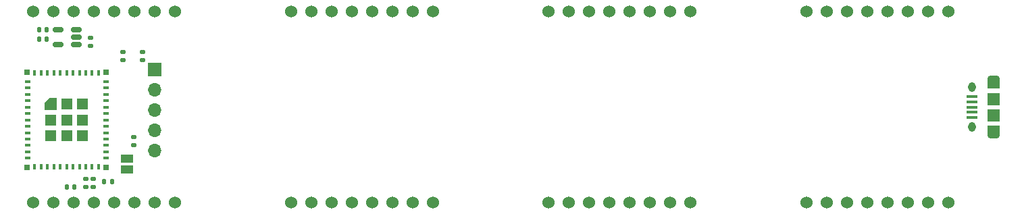
<source format=gbr>
%TF.GenerationSoftware,KiCad,Pcbnew,7.0.9*%
%TF.CreationDate,2024-01-25T10:28:19-08:00*%
%TF.ProjectId,Max7219_FC16,4d617837-3231-4395-9f46-4331362e6b69,rev?*%
%TF.SameCoordinates,Original*%
%TF.FileFunction,Soldermask,Bot*%
%TF.FilePolarity,Negative*%
%FSLAX46Y46*%
G04 Gerber Fmt 4.6, Leading zero omitted, Abs format (unit mm)*
G04 Created by KiCad (PCBNEW 7.0.9) date 2024-01-25 10:28:19*
%MOMM*%
%LPD*%
G01*
G04 APERTURE LIST*
G04 Aperture macros list*
%AMRoundRect*
0 Rectangle with rounded corners*
0 $1 Rounding radius*
0 $2 $3 $4 $5 $6 $7 $8 $9 X,Y pos of 4 corners*
0 Add a 4 corners polygon primitive as box body*
4,1,4,$2,$3,$4,$5,$6,$7,$8,$9,$2,$3,0*
0 Add four circle primitives for the rounded corners*
1,1,$1+$1,$2,$3*
1,1,$1+$1,$4,$5*
1,1,$1+$1,$6,$7*
1,1,$1+$1,$8,$9*
0 Add four rect primitives between the rounded corners*
20,1,$1+$1,$2,$3,$4,$5,0*
20,1,$1+$1,$4,$5,$6,$7,0*
20,1,$1+$1,$6,$7,$8,$9,0*
20,1,$1+$1,$8,$9,$2,$3,0*%
%AMFreePoly0*
4,1,6,0.725000,-0.725000,-0.125000,-0.725000,-0.725000,-0.125000,-0.725000,0.725000,0.725000,0.725000,0.725000,-0.725000,0.725000,-0.725000,$1*%
G04 Aperture macros list end*
%ADD10RoundRect,0.135000X-0.185000X0.135000X-0.185000X-0.135000X0.185000X-0.135000X0.185000X0.135000X0*%
%ADD11R,1.500000X1.000000*%
%ADD12R,1.700000X1.700000*%
%ADD13O,1.700000X1.700000*%
%ADD14O,1.550000X0.890000*%
%ADD15R,1.550000X1.500000*%
%ADD16O,0.950000X1.250000*%
%ADD17R,1.550000X1.200000*%
%ADD18R,1.350000X0.400000*%
%ADD19RoundRect,0.140000X0.140000X0.170000X-0.140000X0.170000X-0.140000X-0.170000X0.140000X-0.170000X0*%
%ADD20C,1.524000*%
%ADD21RoundRect,0.150000X0.512500X0.150000X-0.512500X0.150000X-0.512500X-0.150000X0.512500X-0.150000X0*%
%ADD22RoundRect,0.140000X-0.140000X-0.170000X0.140000X-0.170000X0.140000X0.170000X-0.140000X0.170000X0*%
%ADD23R,0.400000X0.800000*%
%ADD24R,0.800000X0.400000*%
%ADD25R,1.450000X1.450000*%
%ADD26FreePoly0,270.000000*%
%ADD27R,0.700000X0.700000*%
G04 APERTURE END LIST*
D10*
%TO.C,R10*%
X48666400Y-56784000D03*
X48666400Y-57804000D03*
%TD*%
D11*
%TO.C,JP1*%
X47879000Y-59471800D03*
X47879000Y-60771800D03*
%TD*%
D12*
%TO.C,J2*%
X51308000Y-48310800D03*
D13*
X51308000Y-50850800D03*
X51308000Y-53390800D03*
X51308000Y-55930800D03*
X51308000Y-58470800D03*
%TD*%
D10*
%TO.C,R9*%
X42646600Y-62012400D03*
X42646600Y-63032400D03*
%TD*%
%TO.C,R8*%
X43637200Y-62014400D03*
X43637200Y-63034400D03*
%TD*%
D14*
%TO.C,J1*%
X156438600Y-49500000D03*
D15*
X156438600Y-52000000D03*
D16*
X153738600Y-50500000D03*
D17*
X156438600Y-55900000D03*
D14*
X156438600Y-56500000D03*
D15*
X156438600Y-54000000D03*
D16*
X153738600Y-55500000D03*
D17*
X156438600Y-50100000D03*
D18*
X153738600Y-54300000D03*
X153738600Y-53650000D03*
X153738600Y-53000000D03*
X153738600Y-52350000D03*
X153738600Y-51700000D03*
%TD*%
D19*
%TO.C,C8*%
X41269800Y-63007000D03*
X40309800Y-63007000D03*
%TD*%
%TO.C,C7*%
X44988600Y-62295800D03*
X45948600Y-62295800D03*
%TD*%
D20*
%TO.C,U6*%
X118490000Y-40985800D03*
X115950000Y-40985800D03*
X113410000Y-40985800D03*
X110870000Y-40985800D03*
X108330000Y-40985800D03*
X105790000Y-40985800D03*
X103250000Y-40985800D03*
X100710000Y-40985800D03*
X100710000Y-64988800D03*
X103250000Y-64988800D03*
X105790000Y-64988800D03*
X108330000Y-64988800D03*
X110870000Y-64988800D03*
X113410000Y-64988800D03*
X115950000Y-64988800D03*
X118490000Y-64988800D03*
%TD*%
D21*
%TO.C,U10*%
X41518000Y-43281600D03*
X41518000Y-44231600D03*
X41518000Y-45181600D03*
X39243000Y-45181600D03*
X39243000Y-43281600D03*
%TD*%
D20*
%TO.C,U2*%
X86182200Y-40995600D03*
X83642200Y-40995600D03*
X81102200Y-40995600D03*
X78562200Y-40995600D03*
X76022200Y-40995600D03*
X73482200Y-40995600D03*
X70942200Y-40995600D03*
X68402200Y-40995600D03*
X68402200Y-64998600D03*
X70942200Y-64998600D03*
X73482200Y-64998600D03*
X76022200Y-64998600D03*
X78562200Y-64998600D03*
X81102200Y-64998600D03*
X83642200Y-64998600D03*
X86182200Y-64998600D03*
%TD*%
D10*
%TO.C,R7*%
X43256200Y-44297600D03*
X43256200Y-45317600D03*
%TD*%
%TO.C,R6*%
X49758600Y-46089000D03*
X49758600Y-47109000D03*
%TD*%
%TO.C,R5*%
X47345600Y-47117000D03*
X47345600Y-46097000D03*
%TD*%
D22*
%TO.C,C6*%
X37815400Y-44500800D03*
X36855400Y-44500800D03*
%TD*%
%TO.C,C5*%
X37764600Y-43281600D03*
X36804600Y-43281600D03*
%TD*%
D20*
%TO.C,U8*%
X150790000Y-64988800D03*
X148250000Y-64988800D03*
X145710000Y-64988800D03*
X143170000Y-64988800D03*
X140630000Y-64988800D03*
X138090000Y-64988800D03*
X135550000Y-64988800D03*
X133010000Y-64988800D03*
X133010000Y-40985800D03*
X135550000Y-40985800D03*
X138090000Y-40985800D03*
X140630000Y-40985800D03*
X143170000Y-40985800D03*
X145710000Y-40985800D03*
X148250000Y-40985800D03*
X150790000Y-40985800D03*
%TD*%
%TO.C,U4*%
X53890000Y-64988800D03*
X51350000Y-64988800D03*
X48810000Y-64988800D03*
X46270000Y-64988800D03*
X43730000Y-64988800D03*
X41190000Y-64988800D03*
X38650000Y-64988800D03*
X36110000Y-64988800D03*
X36110000Y-40985800D03*
X38650000Y-40985800D03*
X41190000Y-40985800D03*
X43730000Y-40985800D03*
X46270000Y-40985800D03*
X48810000Y-40985800D03*
X51350000Y-40985800D03*
X53890000Y-40985800D03*
%TD*%
D23*
%TO.C,U9*%
X36292000Y-48700000D03*
X37092000Y-48700000D03*
X37892000Y-48700000D03*
X38692000Y-48700000D03*
X39492000Y-48700000D03*
X40292000Y-48700000D03*
X41092000Y-48700000D03*
X41892000Y-48700000D03*
X42692000Y-48700000D03*
X43492000Y-48700000D03*
X44292000Y-48700000D03*
D24*
X45192000Y-49800000D03*
X45192000Y-50600000D03*
X45192000Y-51400000D03*
X45192000Y-52200000D03*
X45192000Y-53000000D03*
X45192000Y-53800000D03*
X45192000Y-54600000D03*
X45192000Y-55400000D03*
X45192000Y-56200000D03*
X45192000Y-57000000D03*
X45192000Y-57800000D03*
X45192000Y-58600000D03*
X45192000Y-59400000D03*
D23*
X44292000Y-60500000D03*
X43492000Y-60500000D03*
X42692000Y-60500000D03*
X41892000Y-60500000D03*
X41092000Y-60500000D03*
X40292000Y-60500000D03*
X39492000Y-60500000D03*
X38692000Y-60500000D03*
X37892000Y-60500000D03*
X37092000Y-60500000D03*
X36292000Y-60500000D03*
D24*
X35392000Y-59400000D03*
X35392000Y-58600000D03*
X35392000Y-57800000D03*
X35392000Y-57000000D03*
X35392000Y-56200000D03*
X35392000Y-55400000D03*
X35392000Y-54600000D03*
X35392000Y-53800000D03*
X35392000Y-53000000D03*
X35392000Y-52200000D03*
X35392000Y-51400000D03*
X35392000Y-50600000D03*
X35392000Y-49800000D03*
D25*
X42267000Y-52625000D03*
X40292000Y-52625000D03*
D26*
X38317000Y-52625000D03*
D25*
X42267000Y-54600000D03*
X40292000Y-54600000D03*
X38317000Y-54600000D03*
X42267000Y-56575000D03*
X40292000Y-56575000D03*
X38317000Y-56575000D03*
D27*
X35342000Y-60550000D03*
X45242000Y-60550000D03*
X45242000Y-48650000D03*
X35342000Y-48650000D03*
%TD*%
M02*

</source>
